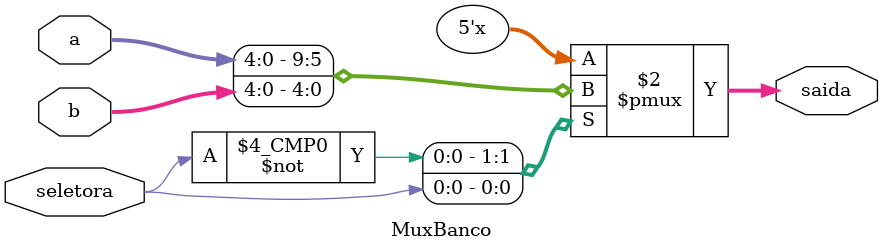
<source format=v>
module MuxBanco(a, b, seletora, saida);

input [4:0]a;
input [4:0]b;
input seletora;
output reg [4:0]saida;

//no bloco always de acordo com a seletora escolhida ele libera uma das saidas
always @(*)
begin
	case (seletora)
		1'b0: saida = a;
		1'b1: saida = b;
	endcase
end



endmodule	
</source>
